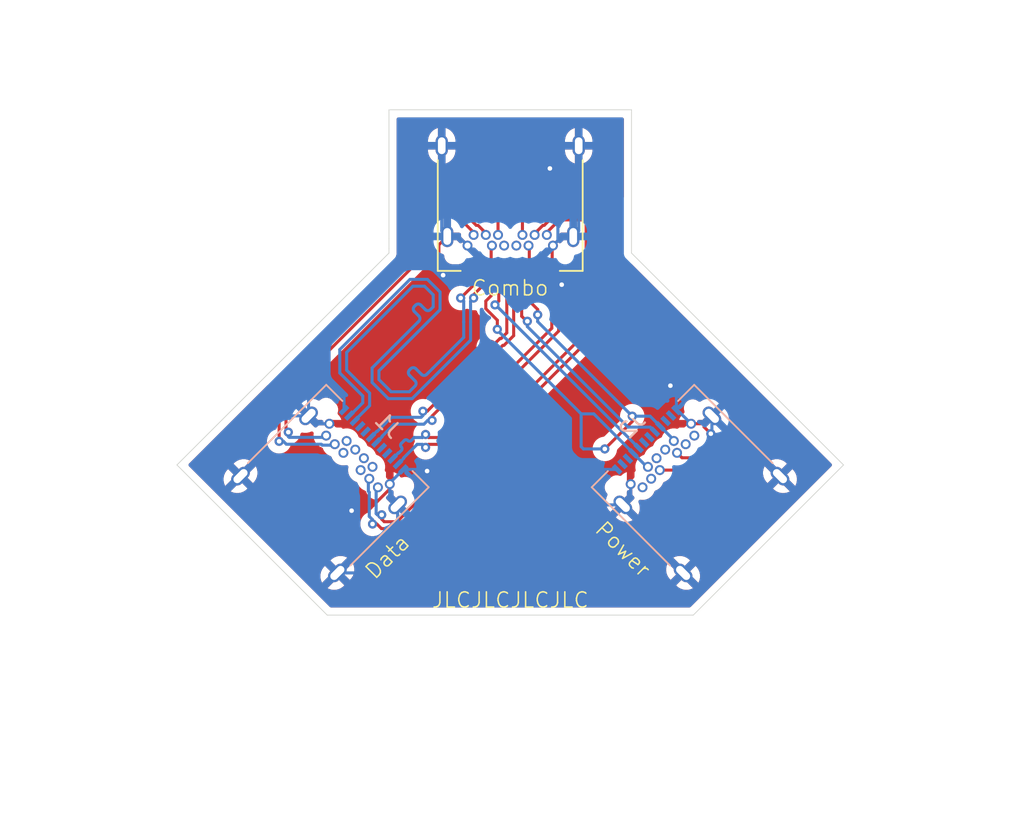
<source format=kicad_pcb>
(kicad_pcb (version 20241229) (generator "pcbnew") (generator_version "9.0")
  (layers (0 "F.Cu" signal) (2 "B.Cu" signal) (13 "F.Paste" user) (15 "B.Paste" user) (5 "F.SilkS" user "F.Silkscreen") (7 "B.SilkS" user "B.Silkscreen") (1 "F.Mask" user) (3 "B.Mask" user) (25 "Edge.Cuts" user))
  (net 0 "")
  (net 1 "GND")
  (net 2 "RX1_P")
  (net 3 "D_P")
  (net 4 "TX2_P")
  (net 7 "D_N")
  (net 8 "TX1_P")
  (net 10 "RX2_P")
  (net 11 "TX1_N")
  (net 12 "RX2_N")
  (net 13 "TX2_N")
  (net 17 "RX1_N")
  (net 18 "VBUS")
  (net 21 "CC")
  (net 22 "VCON")
  (net 25 "SBU1")
  (net 26 "SBU2")
  (footprint "Connector_USB:USB_C_Receptacle_Amphenol_12401548E4-2A" (layer "F.Cu") (at 127.05 88.7 180)
    (property "Reference" "P1" (hide yes))
    (property "Value" "Combined")
  )
  (footprint "Connector_USB:USB_C_Receptacle_Amphenol_12401548E4-2A" (layer "B.Cu") (at 114.55 108.7 135)
    (property "Reference" "J1")
    (property "Value" "Data")
  )
  (footprint "Connector_USB:USB_C_Receptacle_Amphenol_12401548E4-2A" (layer "B.Cu") (at 139.55 108.7 -135)
    (property "Reference" "J2")
    (property "Value" "Power")
  )
  (gr_line (start 148.65 106.55) (end 148.9 106.8) (stroke (width 0.05)) (layer "Edge.Cuts"))
  (gr_line (start 119.1 91.95) (end 119.1 92.6) (stroke (width 0.05)) (layer "Edge.Cuts"))
  (gr_line (start 135 83.5) (end 135 92.9) (stroke (width 0.05)) (layer "Edge.Cuts"))
  (gr_line (start 115.05 116.65) (end 105.2 106.8) (stroke (width 0.05)) (layer "Edge.Cuts"))
  (gr_line (start 135 92.9) (end 148.65 106.55) (stroke (width 0.05)) (layer "Edge.Cuts"))
  (gr_line (start 135 83.5) (end 119.1 83.5) (stroke (width 0.05)) (layer "Edge.Cuts"))
  (gr_line (start 115.05 116.65) (end 139.05 116.65) (stroke (width 0.05)) (layer "Edge.Cuts"))
  (gr_line (start 119.1 83.5) (end 119.1 91.95) (stroke (width 0.05)) (layer "Edge.Cuts"))
  (gr_line (start 139.05 116.65) (end 148.9 106.8) (stroke (width 0.05)) (layer "Edge.Cuts"))
  (gr_line (start 105.2 106.8) (end 119.05 92.95) (stroke (width 0.05)) (layer "Edge.Cuts"))
  (gr_line (start 119.05 92.95) (end 119.1 92.9) (stroke (width 0.05)) (layer "Edge.Cuts"))
  (gr_line (start 119.1 92.9) (end 119.1 92.6) (stroke (width 0.05)) (layer "Edge.Cuts"))
  (gr_text "Combo" (at 124.45 95.775 0) (layer "F.SilkS") (effects (font (size 1 1) (thickness 0.1)) (justify left bottom)))
  (gr_text "JLCJLCJLCJLC" (at 121.85 116.25 0) (layer "F.SilkS") (effects (font (size 1 1) (thickness 0.1)) (justify left bottom)))
  (gr_text "Power" (at 132.425 111.125 315) (layer "F.SilkS") (effects (font (size 1 1) (thickness 0.1)) (justify left bottom)))
  (gr_text "Data" (at 118.175 114.475 45) (layer "F.SilkS") (effects (font (size 1 1) (thickness 0.1)) (justify left bottom)))
  (segment (start 129.8 94) (end 129.8 93.72) (width 0.2) (layer "F.Cu") (net 1))
  (segment (start 113.828751 103.580547) (end 114.3517 104.103496) (width 0.2) (layer "F.Cu") (net 1))
  (segment (start 129.8 93.72) (end 129.8 92.46) (width 0.2) (layer "F.Cu") (net 1))
  (segment (start 140.2 104.75) (end 139.755061 104.305061) (width 0.2) (layer "F.Cu") (net 1))
  (segment (start 122.374 93.824) (end 122.374 92.356) (width 0.2) (layer "F.Cu") (net 1))
  (segment (start 139.755061 104.305061) (end 139.755061 104.096735) (width 0.2) (layer "F.Cu") (net 1))
  (segment (start 130.45 91.81) (end 131.18 91.81) (width 0.2) (layer "F.Cu") (net 1))
  (segment (start 119.153265 108.056533) (end 119.153265 108.376146) (width 0.2) (layer "F.Cu") (net 1))
  (segment (start 123.659562 91.81) (end 124.254781 92.405219) (width 0.2) (layer "F.Cu") (net 1))
  (segment (start 130.425 94.975) (end 130.425 94.625) (width 0.2) (layer "F.Cu") (net 1))
  (segment (start 138.906533 104.096735) (end 139.755061 104.096735) (width 0.2) (layer "F.Cu") (net 1))
  (segment (start 134.953496 108.8983) (end 134.953496 108.056533) (width 0.2) (layer "F.Cu") (net 1))
  (segment (start 124.3 93.72) (end 123.67 94.35) (width 0.2) (layer "F.Cu") (net 1))
  (segment (start 139.755061 104.096735) (end 140.271249 103.580547) (width 0.2) (layer "F.Cu") (net 1))
  (segment (start 122.92 91.81) (end 123.659562 91.81) (width 0.2) (layer "F.Cu") (net 1))
  (segment (start 114.3517 104.103496) (end 115.193467 104.103496) (width 0.2) (layer "F.Cu") (net 1))
  (segment (start 119.153265 108.376146) (end 117.729411 109.8) (width 0.2) (layer "F.Cu") (net 1))
  (segment (start 122.55 94) (end 122.374 93.824) (width 0.2) (layer "F.Cu") (net 1))
  (segment (start 117.729411 109.8) (end 116.65 109.8) (width 0.2) (layer "F.Cu") (net 1))
  (segment (start 124.02 94) (end 122.55 94) (width 0.2) (layer "F.Cu") (net 1))
  (segment (start 122.374 92.356) (end 122.92 91.81) (width 0.2) (layer "F.Cu") (net 1))
  (segment (start 129.85 92.41) (end 130.45 91.81) (width 0.2) (layer "F.Cu") (net 1))
  (segment (start 124.3 93.72) (end 124.02 94) (width 0.2) (layer "F.Cu") (net 1))
  (segment (start 130.425 94.625) (end 129.8 94) (width 0.2) (layer "F.Cu") (net 1))
  (segment (start 134.430547 109.421249) (end 134.953496 108.8983) (width 0.2) (layer "F.Cu") (net 1))
  (segment (start 123.67 94.35) (end 122.65 94.35) (width 0.2) (layer "F.Cu") (net 1))
  (segment (start 129.8 92.46) (end 129.85 92.41) (width 0.2) (layer "F.Cu") (net 1))
  (segment (start 119.669453 109.421249) (end 120.078751 109.421249) (width 0.2) (layer "F.Cu") (net 1))
  (via (at 137.55 101.6) (size 0.6) (drill 0.3) (layers "F.Cu" "B.Cu") (net 1))
  (via (at 121.6 107.2) (size 0.6) (drill 0.3) (layers "F.Cu" "B.Cu") (net 1))
  (via (at 130.425 94.975) (size 0.6) (drill 0.3) (layers "F.Cu" "B.Cu") (net 1))
  (via (at 140.2 104.75) (size 0.6) (drill 0.3) (layers "F.Cu" "B.Cu") (net 1))
  (via (at 129.65 87.35) (size 0.6) (drill 0.3) (layers "F.Cu" "B.Cu") (net 1))
  (via (at 116.65 109.8) (size 0.6) (drill 0.3) (layers "F.Cu" "B.Cu") (net 1))
  (via (at 122.65 94.35) (size 0.6) (drill 0.3) (layers "F.Cu" "B.Cu") (net 1))
  (segment (start 120.04422 107.094868) (end 121.494868 107.094868) (width 0.2) (layer "B.Cu") (net 1))
  (segment (start 118.566907 113.883093) (end 119.669453 112.780547) (width 0.2) (layer "B.Cu") (net 1))
  (segment (start 111.25 103.55) (end 111.280547 103.580547) (width 0.2) (layer "B.Cu") (net 1))
  (segment (start 140.271249 103.580547) (end 140.271249 104.678751) (width 0.2) (layer "B.Cu") (net 1))
  (segment (start 129.85 92.41) (end 130.175 92.085) (width 0.2) (layer "B.Cu") (net 1))
  (segment (start 131.54 91.45) (end 131.18 91.81) (width 0.2) (layer "B.Cu") (net 1))
  (segment (start 119.153265 108.905061) (end 119.153265 108.056533) (width 0.2) (layer "B.Cu") (net 1))
  (segment (start 132.7 107.3) (end 132.905132 107.094868) (width 0.2) (layer "B.Cu") (net 1))
  (segment (start 121.494868 107.094868) (end 121.6 107.2) (width 0.2) (layer "B.Cu") (net 1))
  (segment (start 122.56 85.86) (end 122.56 91.45) (width 0.2) (layer "B.Cu") (net 1))
  (segment (start 113.828751 102.471249) (end 113.828751 103.580547) (width 0.2) (layer "B.Cu") (net 1))
  (segment (start 132.905132 107.094868) (end 134.05578 107.094868) (width 0.2) (layer "B.Cu") (net 1))
  (segment (start 110.05 104.75) (end 111.25 103.55) (width 0.2) (layer "B.Cu") (net 1))
  (segment (start 113.828751 103.580547) (end 114.3517 104.103496) (width 0.2) (layer "B.Cu") (net 1))
  (segment (start 114.5 101.8) (end 113.828751 102.471249) (width 0.2) (layer "B.Cu") (net 1))
  (segment (start 114.3517 104.103496) (end 115.193467 104.103496) (width 0.2) (layer "B.Cu") (net 1))
  (segment (start 119.669453 109.421249) (end 119.153265 108.905061) (width 0.2) (layer "B.Cu") (net 1))
  (segment (start 137.944868 103.20578) (end 137.944868 101.994868) (width 0.2) (layer "B.Cu") (net 1))
  (segment (start 110.05 106.850181) (end 110.05 104.75) (width 0.2) (layer "B.Cu") (net 1))
  (segment (start 111.280547 103.580547) (end 113.828751 103.580547) (width 0.2) (layer "B.Cu") (net 1))
  (segment (start 119.153265 108.056533) (end 119.153265 107.985823) (width 0.2) (layer "B.Cu") (net 1))
  (segment (start 119.153265 107.985823) (end 120.04422 107.094868) (width 0.2) (layer "B.Cu") (net 1))
  (segment (start 109.366907 107.533274) (end 110.05 106.850181) (width 0.2) (layer "B.Cu") (net 1))
  (segment (start 134.430547 109.421249) (end 134.953496 108.8983) (width 0.2) (layer "B.Cu") (net 1))
  (segment (start 137.944868 103.20578) (end 138.015578 103.20578) (width 0.2) (layer "B.Cu") (net 1))
  (segment (start 122.92 91.81) (end 123.659562 91.81) (width 0.2) (layer "B.Cu") (net 1))
  (segment (start 132.7 108.7) (end 132.7 107.3) (width 0.2) (layer "B.Cu") (net 1))
  (segment (start 116.155132 103.20578) (end 116.155132 102.405132) (width 0.2) (layer "B.Cu") (net 1))
  (segment (start 115.55 101.8) (end 114.5 101.8) (width 0.2) (layer "B.Cu") (net 1))
  (segment (start 138.015578 103.20578) (end 138.906533 104.096735) (width 0.2) (layer "B.Cu") (net 1))
  (segment (start 134.430547 109.421249) (end 133.421249 109.421249) (width 0.2) (layer "B.Cu") (net 1))
  (segment (start 119.669453 112.780547) (end 119.669453 109.421249) (width 0.2) (layer "B.Cu") (net 1))
  (segment (start 116.155132 102.405132) (end 115.55 101.8) (width 0.2) (layer "B.Cu") (net 1))
  (segment (start 123.659562 91.81) (end 124.254781 92.405219) (width 0.2) (layer "B.Cu") (net 1))
  (segment (start 115.716726 113.883093) (end 118.566907 113.883093) (width 0.2) (layer "B.Cu") (net 1))
  (segment (start 133.421249 109.421249) (end 132.7 108.7) (width 0.2) (layer "B.Cu") (net 1))
  (segment (start 130.175 92.085) (end 130.175 87.875) (width 0.2) (layer "B.Cu") (net 1))
  (segment (start 137.944868 101.994868) (end 137.55 101.6) (width 0.2) (layer "B.Cu") (net 1))
  (segment (start 134.953496 108.8983) (end 134.953496 108.056533) (width 0.2) (layer "B.Cu") (net 1))
  (segment (start 130.175 87.875) (end 129.65 87.35) (width 0.2) (layer "B.Cu") (net 1))
  (segment (start 122.56 91.45) (end 122.92 91.81) (width 0.2) (layer "B.Cu") (net 1))
  (segment (start 131.54 85.86) (end 131.54 91.45) (width 0.2) (layer "B.Cu") (net 1))
  (segment (start 140.271249 104.678751) (end 140.2 104.75) (width 0.2) (layer "B.Cu") (net 1))
  (segment (start 132.025 95.953438) (end 132.025 96.073438) (width 0.2) (layer "F.Cu") (net 2))
  (segment (start 131.298985 96.913438) (end 131.785 96.913438) (width 0.2) (layer "F.Cu") (net 2))
  (segment (start 132.025 98.125) (end 119.625 110.525) (width 0.2) (layer "F.Cu") (net 2))
  (segment (start 131.785 96.313438) (end 131.298985 96.313438) (width 0.2) (layer "F.Cu") (net 2))
  (segment (start 129.45 91.71) (end 129.45 91.546397) (width 0.2) (layer "F.Cu") (net 2))
  (segment (start 119.625 110.525) (end 118.793199 110.525) (width 0.2) (layer "F.Cu") (net 2))
  (segment (start 131.29901 94.513438) (end 131.785 94.513438) (width 0.2) (layer "F.Cu") (net 2))
  (segment (start 131.806802 90.725) (end 132.025 90.943198) (width 0.2) (layer "F.Cu") (net 2))
  (segment (start 130.271397 90.725) (end 131.806802 90.725) (width 0.2) (layer "F.Cu") (net 2))
  (segment (start 131.69901 95.713438) (end 131.785 95.713438) (width 0.2) (layer "F.Cu") (net 2))
  (segment (start 118.62359 110.355391) (end 118.62359 110.072548) (width 0.2) (layer "F.Cu") (net 2))
  (segment (start 132.025 90.943198) (end 132.025 93.673438) (width 0.2) (layer "F.Cu") (net 2))
  (segment (start 132.025 97.153438) (end 132.025 97.273438) (width 0.2) (layer "F.Cu") (net 2))
  (segment (start 131.058985 96.553438) (end 131.058985 96.673438) (width 0.2) (layer "F.Cu") (net 2))
  (segment (start 132.025 97.273438) (end 132.025 97.68474) (width 0.2) (layer "F.Cu") (net 2))
  (segment (start 118.793199 110.525) (end 118.62359 110.355391) (width 0.2) (layer "F.Cu") (net 2))
  (segment (start 131.45901 95.353438) (end 131.45901 95.473438) (width 0.2) (layer "F.Cu") (net 2))
  (segment (start 132.025 97.68474) (end 132.025 98.125) (width 0.2) (layer "F.Cu") (net 2))
  (segment (start 131.785 95.113438) (end 131.69901 95.113438) (width 0.2) (layer "F.Cu") (net 2))
  (segment (start 132.025 94.753438) (end 132.025 94.873438) (width 0.2) (layer "F.Cu") (net 2))
  (segment (start 129.45 91.546397) (end 130.271397 90.725) (width 0.2) (layer "F.Cu") (net 2))
  (segment (start 131.05901 94.153438) (end 131.05901 94.273438) (width 0.2) (layer "F.Cu") (net 2))
  (segment (start 131.785 93.913438) (end 131.29901 93.913438) (width 0.2) (layer "F.Cu") (net 2))
  (via (at 118.62359 110.072548) (size 0.6) (drill 0.3) (layers "F.Cu" "B.Cu") (net 2))
  (arc (start 132.025 96.073438) (mid 131.954706 96.243144) (end 131.785 96.313438) (width 0.2) (layer "F.Cu") (net 2))
  (arc (start 131.69901 95.113438) (mid 131.529304 95.183732) (end 131.45901 95.353438) (width 0.2) (layer "F.Cu") (net 2))
  (arc (start 132.025 94.873438) (mid 131.954706 95.043144) (end 131.785 95.113438) (width 0.2) (layer "F.Cu") (net 2))
  (arc (start 131.785 95.713438) (mid 131.954706 95.783732) (end 132.025 95.953438) (width 0.2) (layer "F.Cu") (net 2))
  (arc (start 131.785 94.513438) (mid 131.954706 94.583732) (end 132.025 94.753438) (width 0.2) (layer "F.Cu") (net 2))
  (arc (start 131.29901 93.913438) (mid 131.129304 93.983732) (end 131.05901 94.153438) (width 0.2) (layer "F.Cu") (net 2))
  (arc (start 131.45901 95.473438) (mid 131.529304 95.643144) (end 131.69901 95.713438) (width 0.2) (layer "F.Cu") (net 2))
  (arc (start 131.298985 96.313438) (mid 131.129279 96.383732) (end 131.058985 96.553438) (width 0.2) (layer "F.Cu") (net 2))
  (arc (start 131.785 96.913438) (mid 131.954706 96.983732) (end 132.025 97.153438) (width 0.2) (layer "F.Cu") (net 2))
  (arc (start 131.05901 94.273438) (mid 131.129304 94.443144) (end 131.29901 94.513438) (width 0.2) (layer "F.Cu") (net 2))
  (arc (start 132.025 93.673438) (mid 131.954706 93.843144) (end 131.785 93.913438) (width 0.2) (layer "F.Cu") (net 2))
  (arc (start 131.058985 96.673438) (mid 131.129279 96.843144) (end 131.298985 96.913438) (width 0.2) (layer "F.Cu") (net 2))
  (segment (start 118.259763 109.991564) (end 118.340747 110.072548) (width 0.2) (layer "B.Cu") (net 2))
  (segment (start 118.375448 108.268665) (end 118.259763 108.38435) (width 0.2) (layer "B.Cu") (net 2))
  (segment (start 118.340747 110.072548) (end 118.62359 110.072548) (width 0.2) (layer "B.Cu") (net 2))
  (segment (start 118.259763 108.38435) (end 118.259763 109.991564) (width 0.2) (layer "B.Cu") (net 2))
  (segment (start 126.563083 98.955116) (end 126.639467 98.955116) (width 0.2) (layer "F.Cu") (net 3))
  (segment (start 126.639467 98.955116) (end 127.275 98.319583) (width 0.2) (layer "F.Cu") (net 3))
  (segment (start 127.3 94.245001) (end 127.3 93.72) (width 0.2) (layer "F.Cu") (net 3))
  (segment (start 127.275 98.319583) (end 127.275 94.270001) (width 0.2) (layer "F.Cu") (net 3))
  (segment (start 121.925521 103.592678) (end 126.563083 98.955116) (width 0.2) (layer "F.Cu") (net 3))
  (segment (start 121.925521 103.875521) (end 121.925521 103.592678) (width 0.2) (layer "F.Cu") (net 3))
  (segment (start 127.275 94.270001) (end 127.3 94.245001) (width 0.2) (layer "F.Cu") (net 3))
  (via (at 121.925521 103.875521) (size 0.6) (drill 0.3) (layers "F.Cu" "B.Cu") (net 3))
  (segment (start 121.393198 104.125001) (end 121.642678 103.875521) (width 0.2) (layer "B.Cu") (net 3))
  (segment (start 118.651453 104.916745) (end 119.443197 104.125001) (width 0.2) (layer "B.Cu") (net 3))
  (segment (start 121.642678 103.875521) (end 121.925521 103.875521) (width 0.2) (layer "B.Cu") (net 3))
  (segment (start 119.443197 104.125001) (end 121.393198 104.125001) (width 0.2) (layer "B.Cu") (net 3))
  (segment (start 118.276453 105.327101) (end 118.651453 104.952101) (width 0.2) (layer "B.Cu") (net 3))
  (segment (start 118.651453 104.952101) (end 118.651453 104.916745) (width 0.2) (layer "B.Cu") (net 3))
  (segment (start 113.749862 101.050943) (end 114.117557 101.418638) (width 0.2) (layer "F.Cu") (net 4))
  (segment (start 112.901333 101.899472) (end 113.269028 102.267167) (width 0.2) (layer "F.Cu") (net 4))
  (segment (start 121.825 92.636394) (end 121.825 90.743198) (width 0.2) (layer "F.Cu") (net 4))
  (segment (start 112.34948 102.111914) (end 112.561922 101.899472) (width 0.2) (layer "F.Cu") (net 4))
  (segment (start 112.34948 104.498438) (end 112.34948 102.111914) (width 0.2) (layer "F.Cu") (net 4))
  (segment (start 124.65 91.546397) (end 124.65 91.71) (width 0.2) (layer "F.Cu") (net 4))
  (segment (start 112.500521 104.649479) (end 112.34948 104.498438) (width 0.2) (layer "F.Cu") (net 4))
  (segment (start 124.65 91.71) (end 124.824999 91.535001) (width 0.2) (layer "F.Cu") (net 4))
  (segment (start 114.258979 100.202414) (end 114.381622 100.079772) (width 0.2) (layer "F.Cu") (net 4))
  (segment (start 121.825 90.743198) (end 122.243198 90.325) (width 0.2) (layer "F.Cu") (net 4))
  (segment (start 113.693291 101.842902) (end 113.325595 101.475206) (width 0.2) (layer "F.Cu") (net 4))
  (segment (start 122.243198 90.325) (end 123.428603 90.325) (width 0.2) (layer "F.Cu") (net 4))
  (segment (start 114.174124 100.287266) (end 114.258979 100.202414) (width 0.2) (layer "F.Cu") (net 4))
  (segment (start 113.325595 101.135795) (end 113.41045 101.050943) (width 0.2) (layer "F.Cu") (net 4))
  (segment (start 113.608439 102.267167) (end 113.693291 102.182314) (width 0.2) (layer "F.Cu") (net 4))
  (segment (start 114.381622 100.079772) (end 121.825 92.636394) (width 0.2) (layer "F.Cu") (net 4))
  (segment (start 123.428603 90.325) (end 124.65 91.546397) (width 0.2) (layer "F.Cu") (net 4))
  (segment (start 113.41045 101.050943) (end 113.410451 101.050943) (width 0.2) (layer "F.Cu") (net 4))
  (segment (start 114.456968 101.418638) (end 114.54182 101.333785) (width 0.2) (layer "F.Cu") (net 4))
  (segment (start 114.54182 100.994373) (end 114.174124 100.626677) (width 0.2) (layer "F.Cu") (net 4))
  (via (at 112.500521 104.649479) (size 0.6) (drill 0.3) (layers "F.Cu" "B.Cu") (net 4))
  (arc (start 114.174124 100.626677) (mid 114.103829 100.456972) (end 114.174124 100.287266) (width 0.2) (layer "F.Cu") (net 4))
  (arc (start 114.54182 101.333785) (mid 114.612115 101.164079) (end 114.54182 100.994373) (width 0.2) (layer "F.Cu") (net 4))
  (arc (start 113.269028 102.267167) (mid 113.438734 102.337461) (end 113.608439 102.267167) (width 0.2) (layer "F.Cu") (net 4))
  (arc (start 114.117557 101.418638) (mid 114.287263 101.488932) (end 114.456968 101.418638) (width 0.2) (layer "F.Cu") (net 4))
  (arc (start 113.410451 101.050943) (mid 113.580156 100.980649) (end 113.749862 101.050943) (width 0.2) (layer "F.Cu") (net 4))
  (arc (start 113.325595 101.475206) (mid 113.2553 101.305501) (end 113.325595 101.135795) (width 0.2) (layer "F.Cu") (net 4))
  (arc (start 113.693291 102.182314) (mid 113.763586 102.012608) (end 113.693291 101.842902) (width 0.2) (layer "F.Cu") (net 4))
  (arc (start 112.561922 101.899472) (mid 112.731627 101.829178) (end 112.901333 101.899472) (width 0.2) (layer "F.Cu") (net 4))
  (segment (start 112.500521 104.932322) (end 112.500521 104.649479) (width 0.2) (layer "B.Cu") (net 4))
  (segment (start 114.981335 104.874552) (end 114.86565 104.990237) (width 0.2) (layer "B.Cu") (net 4))
  (segment (start 114.86565 104.990237) (end 112.558436 104.990237) (width 0.2) (layer "B.Cu") (net 4))
  (segment (start 112.558436 104.990237) (end 112.500521 104.932322) (width 0.2) (layer "B.Cu") (net 4))
  (segment (start 125.48588 99.395919) (end 125.292556 99.589244) (width 0.2) (layer "F.Cu") (net 7))
  (segment (start 126.825 94.270001) (end 126.825 98.133215) (width 0.2) (layer "F.Cu") (net 7))
  (segment (start 126.825 98.133215) (end 126.453079 98.505136) (width 0.2) (layer "F.Cu") (net 7))
  (segment (start 126.453079 98.505136) (end 126.376665 98.505136) (width 0.2) (layer "F.Cu") (net 7))
  (segment (start 124.115337 100.766464) (end 121.607322 103.274479) (width 0.2) (layer "F.Cu") (net 7))
  (segment (start 121.607322 103.274479) (end 121.324479 103.274479) (width 0.2) (layer "F.Cu") (net 7))
  (segment (start 126.8 94.245001) (end 126.825 94.270001) (width 0.2) (layer "F.Cu") (net 7))
  (segment (start 126.376665 98.505136) (end 126.141085 98.740716) (width 0.2) (layer "F.Cu") (net 7))
  (segment (start 125.679205 98.740716) (end 125.48588 98.93404) (width 0.2) (layer "F.Cu") (net 7))
  (segment (start 125.292556 99.589244) (end 124.115337 100.766464) (width 0.2) (layer "F.Cu") (net 7))
  (segment (start 126.8 93.72) (end 126.8 94.245001) (width 0.2) (layer "F.Cu") (net 7))
  (via (at 121.324479 103.274479) (size 0.6) (drill 0.3) (layers "F.Cu" "B.Cu") (net 7))
  (arc (start 125.48588 99.16498) (mid 125.533709 99.28045) (end 125.48588 99.395919) (width 0.2) (layer "F.Cu") (net 7))
  (arc (start 125.910145 98.740716) (mid 125.794675 98.692887) (end 125.679205 98.740716) (width 0.2) (layer "F.Cu") (net 7))
  (arc (start 126.141085 98.740716) (mid 126.025615 98.788545) (end 125.910145 98.740716) (width 0.2) (layer "F.Cu") (net 7))
  (arc (start 125.48588 98.93404) (mid 125.438051 99.04951) (end 125.48588 99.16498) (width 0.2) (layer "F.Cu") (net 7))
  (segment (start 121.324479 103.557322) (end 121.324479 103.274479) (width 0.2) (layer "B.Cu") (net 7))
  (segment (start 121.206802 103.674999) (end 121.324479 103.557322) (width 0.2) (layer "B.Cu") (net 7))
  (segment (start 117.922899 104.973547) (end 118.297899 104.598547) (width 0.2) (layer "B.Cu") (net 7))
  (segment (start 118.333255 104.598547) (end 119.256803 103.674999) (width 0.2) (layer "B.Cu") (net 7))
  (segment (start 119.256803 103.674999) (end 121.206802 103.674999) (width 0.2) (layer "B.Cu") (net 7))
  (segment (start 118.297899 104.598547) (end 118.333255 104.598547) (width 0.2) (layer "B.Cu") (net 7))
  (segment (start 123.914953 104.010048) (end 123.755853 103.850948) (width 0.2) (layer "F.Cu") (net 8))
  (segment (start 121.699999 105.450001) (end 122.528519 105.450001) (width 0.2) (layer "F.Cu") (net 8))
  (segment (start 125.718076 102.206928) (end 125.718074 102.206925) (width 0.2) (layer "F.Cu") (net 8))
  (segment (start 127.167644 101.075554) (end 128.024524 100.218674) (width 0.2) (layer "F.Cu") (net 8))
  (segment (start 127.026221 101.216974) (end 127.167644 101.075554) (width 0.2) (layer "F.Cu") (net 8))
  (segment (start 125.329165 102.595832) (end 125.329168 102.595833) (width 0.2) (layer "F.Cu") (net 8))
  (segment (start 128.024524 100.218674) (end 130.225 98.018198) (width 0.2) (layer "F.Cu") (net 8))
  (segment (start 125.718074 102.206925) (end 126.000916 102.489768) (width 0.2) (layer "F.Cu") (net 8))
  (segment (start 125.558976 102.047828) (end 125.718076 102.206928) (width 0.2) (layer "F.Cu") (net 8))
  (segment (start 122.528519 105.450001) (end 122.793197 105.450001) (width 0.2) (layer "F.Cu") (net 8))
  (segment (start 127.114611 101.55285) (end 127.026221 101.46446) (width 0.2) (layer "F.Cu") (net 8))
  (segment (start 125.700397 102.967064) (end 125.488264 102.754931) (width 0.2) (layer "F.Cu") (net 8))
  (segment (start 124.303862 103.621141) (end 124.30386 103.621139) (width 0.2) (layer "F.Cu") (net 8))
  (segment (start 125.329168 102.595833) (end 125.170068 102.436733) (width 0.2) (layer "F.Cu") (net 8))
  (segment (start 123.861919 103.179198) (end 124.144762 103.462041) (width 0.2) (layer "F.Cu") (net 8))
  (segment (start 129.3 94.245001) (end 129.3 93.72) (width 0.2) (layer "F.Cu") (net 8))
  (segment (start 124.286181 104.381279) (end 124.197791 104.292889) (width 0.2) (layer "F.Cu") (net 8))
  (segment (start 124.144762 103.462041) (end 124.303862 103.621141) (width 0.2) (layer "F.Cu") (net 8))
  (segment (start 125.558976 103.992371) (end 125.700397 103.850949) (width 0.2) (layer "F.Cu") (net 8))
  (segment (start 126.97319 102.578157) (end 127.114611 102.436735) (width 0.2) (layer "F.Cu") (net 8))
  (segment (start 124.922581 101.94176) (end 125.064002 101.80034) (width 0.2) (layer "F.Cu") (net 8))
  (segment (start 130.225 96.056802) (end 129.275 95.106802) (width 0.2) (layer "F.Cu") (net 8))
  (segment (start 126.000916 102.489768) (end 126.089306 102.578157) (width 0.2) (layer "F.Cu") (net 8))
  (segment (start 129.275 94.270001) (end 129.3 94.245001) (width 0.2) (layer "F.Cu") (net 8))
  (segment (start 124.14476 105.406586) (end 124.286181 105.265164) (width 0.2) (layer "F.Cu") (net 8))
  (segment (start 123.914949 104.010047) (end 123.914953 104.010048) (width 0.2) (layer "F.Cu") (net 8))
  (segment (start 121.5 105.65) (end 121.699999 105.450001) (width 0.2) (layer "F.Cu") (net 8))
  (segment (start 123.47301 103.32062) (end 123.614433 103.179198) (width 0.2) (layer "F.Cu") (net 8))
  (segment (start 125.488264 102.754931) (end 125.329165 102.595832) (width 0.2) (layer "F.Cu") (net 8))
  (segment (start 125.170068 102.436733) (end 124.922581 102.189246) (width 0.2) (layer "F.Cu") (net 8))
  (segment (start 130.225 98.018198) (end 130.225 96.056802) (width 0.2) (layer "F.Cu") (net 8))
  (segment (start 123.172487 105.318197) (end 123.260876 105.406586) (width 0.2) (layer "F.Cu") (net 8))
  (segment (start 123.755853 103.850948) (end 123.47301 103.568106) (width 0.2) (layer "F.Cu") (net 8))
  (segment (start 124.46296 103.780239) (end 124.675092 103.992371) (width 0.2) (layer "F.Cu") (net 8))
  (segment (start 122.793197 105.450001) (end 122.925001 105.318197) (width 0.2) (layer "F.Cu") (net 8))
  (segment (start 129.275 95.106802) (end 129.275 94.270001) (width 0.2) (layer "F.Cu") (net 8))
  (segment (start 125.311488 101.80034) (end 125.558976 102.047828) (width 0.2) (layer "F.Cu") (net 8))
  (segment (start 124.30386 103.621139) (end 124.46296 103.780239) (width 0.2) (layer "F.Cu") (net 8))
  (segment (start 124.197791 104.292889) (end 123.914949 104.010047) (width 0.2) (layer "F.Cu") (net 8))
  (via (at 121.5 105.65) (size 0.6) (drill 0.3) (layers "F.Cu" "B.Cu") (net 8))
  (arc (start 123.614433 103.179198) (mid 123.738175 103.127943) (end 123.861919 103.179198) (width 0.2) (layer "F.Cu") (net 8))
  (arc (start 124.922581 102.189246) (mid 124.871324 102.065504) (end 124.922581 101.94176) (width 0.2) (layer "F.Cu") (net 8))
  (arc (start 123.260876 105.406586) (mid 123.702818 105.589644) (end 124.14476 105.406586) (width 0.2) (layer "F.Cu") (net 8))
  (arc (start 125.064002 101.80034) (mid 125.187746 101.749083) (end 125.311488 101.80034) (width 0.2) (layer "F.Cu") (net 8))
  (arc (start 123.47301 103.568106) (mid 123.421755 103.444362) (end 123.47301 103.32062) (width 0.2) (layer "F.Cu") (net 8))
  (arc (start 126.089306 102.578157) (mid 126.531248 102.761215) (end 126.97319 102.578157) (width 0.2) (layer "F.Cu") (net 8))
  (arc (start 127.026221 101.46446) (mid 126.974965 101.340717) (end 127.026221 101.216974) (width 0.2) (layer "F.Cu") (net 8))
  (arc (start 125.700397 103.850949) (mid 125.883456 103.409006) (end 125.700397 102.967064) (width 0.2) (layer "F.Cu") (net 8))
  (arc (start 124.675092 103.992371) (mid 125.117034 104.175429) (end 125.558976 103.992371) (width 0.2) (layer "F.Cu") (net 8))
  (arc (start 127.114611 102.436735) (mid 127.29767 101.994792) (end 127.114611 101.55285) (width 0.2) (layer "F.Cu") (net 8))
  (arc (start 122.925001 105.318197) (mid 123.048744 105.266941) (end 123.172487 105.318197) (width 0.2) (layer "F.Cu") (net 8))
  (arc (start 124.286181 105.265164) (mid 124.46924 104.823221) (end 124.286181 104.381279) (width 0.2) (layer "F.Cu") (net 8))
  (segment (start 119.690666 106.741314) (end 120.065666 106.366314) (width 0.2) (layer "B.Cu") (net 8))
  (segment (start 121.300001 105.450001) (end 121.5 105.65) (width 0.2) (layer "B.Cu") (net 8))
  (segment (start 120.946623 105.450001) (end 121.300001 105.450001) (width 0.2) (layer "B.Cu") (net 8))
  (segment (start 120.065666 106.366314) (end 120.065666 106.330958) (width 0.2) (layer "B.Cu") (net 8))
  (segment (start 119.690666 106.741314) (end 119.690666 106.70596) (width 0.2) (layer "B.Cu") (net 8))
  (segment (start 120.065666 106.330958) (end 120.946623 105.450001) (width 0.2) (layer "B.Cu") (net 8))
  (segment (start 123.8 95.85) (end 124.825 94.825) (width 0.2) (layer "F.Cu") (net 10))
  (segment (start 124.8 94.245001) (end 124.8 93.72) (width 0.2) (layer "F.Cu") (net 10))
  (segment (start 124.825 94.825) (end 124.825 94.270001) (width 0.2) (layer "F.Cu") (net 10))
  (segment (start 124.825 94.270001) (end 124.8 94.245001) (width 0.2) (layer "F.Cu") (net 10))
  (via (at 123.8 95.85) (size 0.6) (drill 0.3) (layers "F.Cu" "B.Cu") (net 10))
  (segment (start 121.618198 94.625) (end 122.45 95.456802) (width 0.2) (layer "B.Cu") (net 10))
  (segment (start 124 98.431802) (end 124 97.425) (width 0.2) (layer "B.Cu") (net 10))
  (segment (start 120.441645 100.575945) (end 120.526499 100.491092) (width 0.2) (layer "B.Cu") (net 10))
  (segment (start 117.381585 102.274783) (end 115.875 100.768198) (width 0.2) (layer "B.Cu") (net 10))
  (segment (start 120.481802 94.625) (end 121.618198 94.625) (width 0.2) (layer "B.Cu") (net 10))
  (segment (start 118.442803 100.625395) (end 118.442803 101.199605) (width 0.2) (layer "B.Cu") (net 10))
  (segment (start 116.508686 103.559334) (end 116.54404 103.559334) (width 0.2) (layer "B.Cu") (net 10))
  (segment (start 115.875 100.768198) (end 115.875 99.231802) (width 0.2) (layer "B.Cu") (net 10))
  (segment (start 124 97.425) (end 123.999999 97.424999) (width 0.2) (layer "B.Cu") (net 10))
  (segment (start 122.45 95.456802) (end 122.45 96.618198) (width 0.2) (layer "B.Cu") (net 10))
  (segment (start 120.809341 101.28305) (end 120.441646 100.915355) (width 0.2) (layer "B.Cu") (net 10))
  (segment (start 119.243198 102) (end 120.431802 102) (width 0.2) (layer "B.Cu") (net 10))
  (segment (start 123.999999 96.049999) (end 123.8 95.85) (width 0.2) (layer "B.Cu") (net 10))
  (segment (start 121.65787 100.773933) (end 121.981379 100.450423) (width 0.2) (layer "B.Cu") (net 10))
  (segment (start 117.381585 102.72179) (end 117.381585 102.274783) (width 0.2) (layer "B.Cu") (net 10))
  (segment (start 121.573017 100.858789) (end 121.65787 100.773933) (width 0.2) (layer "B.Cu") (net 10))
  (segment (start 120.431802 102) (end 120.80934 101.622462) (width 0.2) (layer "B.Cu") (net 10))
  (segment (start 121.981379 100.450423) (end 124 98.431802) (width 0.2) (layer "B.Cu") (net 10))
  (segment (start 116.54404 103.559334) (end 117.381585 102.72179) (width 0.2) (layer "B.Cu") (net 10))
  (segment (start 120.865911 100.491092) (end 121.233607 100.858788) (width 0.2) (layer "B.Cu") (net 10))
  (segment (start 115.875 99.231802) (end 120.481802 94.625) (width 0.2) (layer "B.Cu") (net 10))
  (segment (start 122.45 96.618198) (end 118.442803 100.625395) (width 0.2) (layer "B.Cu") (net 10))
  (segment (start 118.442803 101.199605) (end 119.243198 102) (width 0.2) (layer "B.Cu") (net 10))
  (segment (start 123.999999 97.424999) (end 123.999999 96.049999) (width 0.2) (layer "B.Cu") (net 10))
  (arc (start 121.233607 100.858788) (mid 121.403312 100.929083) (end 121.573017 100.858789) (width 0.2) (layer "B.Cu") (net 10))
  (arc (start 120.526499 100.491092) (mid 120.696204 100.420798) (end 120.865911 100.491092) (width 0.2) (layer "B.Cu") (net 10))
  (arc (start 120.441646 100.915355) (mid 120.371352 100.745649) (end 120.441645 100.575945) (width 0.2) (layer "B.Cu") (net 10))
  (arc (start 120.80934 101.622462) (mid 120.879635 101.452756) (end 120.809341 101.28305) (width 0.2) (layer "B.Cu") (net 10))
  (segment (start 125.240777 103.674172) (end 125.382198 103.53275) (width 0.2) (layer "F.Cu") (net 11))
  (segment (start 124.180118 102.860999) (end 124.462961 103.143842) (width 0.2) (layer "F.Cu") (net 11))
  (segment (start 126.849445 100.757355) (end 127.706326 99.900476) (width 0.2) (layer "F.Cu") (net 11))
  (segment (start 123.967983 104.699479) (end 123.879593 104.611089) (width 0.2) (layer "F.Cu") (net 11))
  (segment (start 122.528519 104.999999) (end 122.606803 104.999999) (width 0.2) (layer "F.Cu") (net 11))
  (segment (start 123.596752 104.328249) (end 123.437652 104.169149) (width 0.2) (layer "F.Cu") (net 11))
  (segment (start 123.596751 104.328247) (end 123.596752 104.328249) (width 0.2) (layer "F.Cu") (net 11))
  (segment (start 125.629688 101.48214) (end 125.877176 101.729628) (width 0.2) (layer "F.Cu") (net 11))
  (segment (start 129.775 97.831802) (end 129.775 96.243198) (width 0.2) (layer "F.Cu") (net 11))
  (segment (start 129.775 96.243198) (end 128.825 95.293198) (width 0.2) (layer "F.Cu") (net 11))
  (segment (start 124.462961 103.143842) (end 124.622061 103.302942) (width 0.2) (layer "F.Cu") (net 11))
  (segment (start 124.781159 103.46204) (end 124.993291 103.674172) (width 0.2) (layer "F.Cu") (net 11))
  (segment (start 128.825 94.270001) (end 128.8 94.245001) (width 0.2) (layer "F.Cu") (net 11))
  (segment (start 126.796412 101.87105) (end 126.708022 101.78266) (width 0.2) (layer "F.Cu") (net 11))
  (segment (start 127.706326 99.900476) (end 129.775 97.831802) (width 0.2) (layer "F.Cu") (net 11))
  (segment (start 122.606803 104.999999) (end 122.606802 104.999998) (width 0.2) (layer "F.Cu") (net 11))
  (segment (start 123.826562 105.088387) (end 123.967983 104.946965) (width 0.2) (layer "F.Cu") (net 11))
  (segment (start 125.382198 103.285264) (end 125.170065 103.073131) (width 0.2) (layer "F.Cu") (net 11))
  (segment (start 126.036276 101.888728) (end 126.036273 101.888726) (width 0.2) (layer "F.Cu") (net 11))
  (segment (start 124.604381 101.623561) (end 124.745804 101.482139) (width 0.2) (layer "F.Cu") (net 11))
  (segment (start 126.036273 101.888726) (end 126.319116 102.171568) (width 0.2) (layer "F.Cu") (net 11))
  (segment (start 123.490687 104.999998) (end 123.579076 105.088387) (width 0.2) (layer "F.Cu") (net 11))
  (segment (start 125.010967 102.914034) (end 124.851867 102.754934) (width 0.2) (layer "F.Cu") (net 11))
  (segment (start 125.010966 102.914032) (end 125.010967 102.914034) (width 0.2) (layer "F.Cu") (net 11))
  (segment (start 126.708022 100.898776) (end 126.849445 100.757355) (width 0.2) (layer "F.Cu") (net 11))
  (segment (start 125.877176 101.729628) (end 126.036276 101.888728) (width 0.2) (layer "F.Cu") (net 11))
  (segment (start 123.879593 104.611089) (end 123.596751 104.328247) (width 0.2) (layer "F.Cu") (net 11))
  (segment (start 126.319116 102.171568) (end 126.407505 102.259958) (width 0.2) (layer "F.Cu") (net 11))
  (segment (start 128.825 95.293198) (end 128.825 94.270001) (width 0.2) (layer "F.Cu") (net 11))
  (segment (start 121.699999 104.999999) (end 122.528519 104.999999) (width 0.2) (layer "F.Cu") (net 11))
  (segment (start 121.5 104.8) (end 121.699999 104.999999) (width 0.2) (layer "F.Cu") (net 11))
  (segment (start 123.437652 104.169149) (end 123.15481 103.886306) (width 0.2) (layer "F.Cu") (net 11))
  (segment (start 126.654991 102.259958) (end 126.796412 102.118536) (width 0.2) (layer "F.Cu") (net 11))
  (segment (start 124.622061 103.302942) (end 124.622059 103.30294) (width 0.2) (layer "F.Cu") (net 11))
  (segment (start 123.154811 103.00242) (end 123.296232 102.861) (width 0.2) (layer "F.Cu") (net 11))
  (segment (start 124.851867 102.754934) (end 124.60438 102.507447) (width 0.2) (layer "F.Cu") (net 11))
  (segment (start 125.170065 103.073131) (end 125.010966 102.914032) (width 0.2) (layer "F.Cu") (net 11))
  (segment (start 128.8 94.245001) (end 128.8 93.72) (width 0.2) (layer "F.Cu") (net 11))
  (segment (start 124.622059 103.30294) (end 124.781159 103.46204) (width 0.2) (layer "F.Cu") (net 11))
  (via (at 121.5 104.8) (size 0.6) (drill 0.3) (layers "F.Cu" "B.Cu") (net 11))
  (arc (start 125.382198 103.53275) (mid 125.433454 103.409007) (end 125.382198 103.285264) (width 0.2) (layer "F.Cu") (net 11))
  (arc (start 126.407505 102.259958) (mid 126.531248 102.311214) (end 126.654991 102.259958) (width 0.2) (layer "F.Cu") (net 11))
  (arc (start 123.296232 102.861) (mid 123.738175 102.677941) (end 124.180118 102.860999) (width 0.2) (layer "F.Cu") (net 11))
  (arc (start 123.579076 105.088387) (mid 123.702819 105.139643) (end 123.826562 105.088387) (width 0.2) (layer "F.Cu") (net 11))
  (arc (start 124.745804 101.482139) (mid 125.187747 101.29908) (end 125.629688 101.48214) (width 0.2) (layer "F.Cu") (net 11))
  (arc (start 123.967983 104.946965) (mid 124.019239 104.823222) (end 123.967983 104.699479) (width 0.2) (layer "F.Cu") (net 11))
  (arc (start 123.15481 103.886306) (mid 122.971751 103.444364) (end 123.154811 103.00242) (width 0.2) (layer "F.Cu") (net 11))
  (arc (start 124.60438 102.507447) (mid 124.421323 102.065503) (end 124.604381 101.623561) (width 0.2) (layer "F.Cu") (net 11))
  (arc (start 122.606802 104.999998) (mid 123.048744 104.81694) (end 123.490687 104.999998) (width 0.2) (layer "F.Cu") (net 11))
  (arc (start 126.796412 102.118536) (mid 126.847668 101.994793) (end 126.796412 101.87105) (width 0.2) (layer "F.Cu") (net 11))
  (arc (start 124.993291 103.674172) (mid 125.117034 103.725428) (end 125.240777 103.674172) (width 0.2) (layer "F.Cu") (net 11))
  (arc (start 126.708022 101.78266) (mid 126.524964 101.340718) (end 126.708022 100.898776) (width 0.2) (layer "F.Cu") (net 11))
  (segment (start 119.747469 106.012761) (end 119.909231 105.850999) (width 0.2) (layer "B.Cu") (net 11))
  (segment (start 120.757761 105.00247) (end 120.760231 104.999999) (width 0.2) (layer "B.Cu") (net 11))
  (segment (start 121.300001 104.999999) (end 121.5 104.8) (width 0.2) (layer "B.Cu") (net 11))
  (segment (start 119.712113 106.012761) (end 119.747469 106.012761) (width 0.2) (layer "B.Cu") (net 11))
  (segment (start 120.564395 105.195837) (end 120.757761 105.00247) (width 0.2) (layer "B.Cu") (net 11))
  (segment (start 119.337113 106.387761) (end 119.712113 106.012761) (width 0.2) (layer "B.Cu") (net 11))
  (segment (start 119.909231 105.389203) (end 120.102599 105.195836) (width 0.2) (layer "B.Cu") (net 11))
  (segment (start 120.760231 104.999999) (end 121.300001 104.999999) (width 0.2) (layer "B.Cu") (net 11))
  (arc (start 119.909231 105.850999) (mid 119.957052 105.73555) (end 119.909231 105.620101) (width 0.2) (layer "B.Cu") (net 11))
  (arc (start 120.333497 105.195836) (mid 120.448946 105.243657) (end 120.564395 105.195837) (width 0.2) (layer "B.Cu") (net 11))
  (arc (start 119.909231 105.620101) (mid 119.86141 105.504652) (end 119.909231 105.389203) (width 0.2) (layer "B.Cu") (net 11))
  (arc (start 120.102599 105.195836) (mid 120.218048 105.148015) (end 120.333497 105.195836) (width 0.2) (layer "B.Cu") (net 11))
  (segment (start 124.65 95.85) (end 124.65 95.636397) (width 0.2) (layer "F.Cu") (net 12))
  (segment (start 124.65 95.636397) (end 125.275 95.011397) (width 0.2) (layer "F.Cu") (net 12))
  (segment (start 125.275 94.270001) (end 125.3 94.245001) (width 0.2) (layer "F.Cu") (net 12))
  (segment (start 125.3 94.245001) (end 125.3 93.72) (width 0.2) (layer "F.Cu") (net 12))
  (segment (start 125.275 95.011397) (end 125.275 94.270001) (width 0.2) (layer "F.Cu") (net 12))
  (via (at 124.65 95.85) (size 0.6) (drill 0.3) (layers "F.Cu" "B.Cu") (net 12))
  (segment (start 116.325 99.418198) (end 120.668198 95.075) (width 0.2) (layer "B.Cu") (net 12))
  (segment (start 124.450001 96.049999) (end 124.65 95.85) (width 0.2) (layer "B.Cu") (net 12))
  (segment (start 124.45 97.425) (end 124.450001 97.424999) (width 0.2) (layer "B.Cu") (net 12))
  (segment (start 122 95.643198) (end 122 96.431802) (width 0.2) (layer "B.Cu") (net 12))
  (segment (start 120.765722 96.737774) (end 121.060168 97.03222) (width 0.2) (layer "B.Cu") (net 12))
  (segment (start 117.831585 102.908188) (end 117.831585 102.088387) (width 0.2) (layer "B.Cu") (net 12))
  (segment (start 120.618198 102.45) (end 124.45 98.618198) (width 0.2) (layer "B.Cu") (net 12))
  (segment (start 121.431802 95.075) (end 122 95.643198) (width 0.2) (layer "B.Cu") (net 12))
  (segment (start 117.992803 100.438999) (end 117.992803 101.386001) (width 0.2) (layer "B.Cu") (net 12))
  (segment (start 124.450001 97.424999) (end 124.450001 96.049999) (width 0.2) (layer "B.Cu") (net 12))
  (segment (start 119.54729 98.884512) (end 117.992803 100.438999) (width 0.2) (layer "B.Cu") (net 12))
  (segment (start 120.975316 97.456485) (end 119.54729 98.884512) (width 0.2) (layer "B.Cu") (net 12))
  (segment (start 124.45 98.618198) (end 124.45 97.425) (width 0.2) (layer "B.Cu") (net 12))
  (segment (start 120.668198 95.075) (end 121.431802 95.075) (width 0.2) (layer "B.Cu") (net 12))
  (segment (start 119.056802 102.45) (end 120.618198 102.45) (width 0.2) (layer "B.Cu") (net 12))
  (segment (start 116.862239 103.877533) (end 117.831585 102.908188) (width 0.2) (layer "B.Cu") (net 12))
  (segment (start 117.992803 101.386001) (end 119.056802 102.45) (width 0.2) (layer "B.Cu") (net 12))
  (segment (start 120.850575 96.31351) (end 120.765722 96.398362) (width 0.2) (layer "B.Cu") (net 12))
  (segment (start 122 96.431802) (end 121.823845 96.607957) (width 0.2) (layer "B.Cu") (net 12))
  (segment (start 116.325 100.581802) (end 116.325 99.418198) (width 0.2) (layer "B.Cu") (net 12))
  (segment (start 116.862239 103.912887) (end 116.862239 103.877533) (width 0.2) (layer "B.Cu") (net 12))
  (segment (start 117.831585 102.088387) (end 116.325 100.581802) (width 0.2) (layer "B.Cu") (net 12))
  (segment (start 121.060168 97.371631) (end 120.975316 97.456485) (width 0.2) (layer "B.Cu") (net 12))
  (segment (start 121.484433 96.607957) (end 121.189986 96.31351) (width 0.2) (layer "B.Cu") (net 12))
  (arc (start 121.189986 96.31351) (mid 121.020281 96.243215) (end 120.850575 96.31351) (width 0.2) (layer "B.Cu") (net 12))
  (arc (start 121.060168 97.03222) (mid 121.130462 97.201926) (end 121.060168 97.371631) (width 0.2) (layer "B.Cu") (net 12))
  (arc (start 120.765722 96.398362) (mid 120.695427 96.568068) (end 120.765722 96.737774) (width 0.2) (layer "B.Cu") (net 12))
  (arc (start 121.823845 96.607957) (mid 121.654139 96.678252) (end 121.484433 96.607957) (width 0.2) (layer "B.Cu") (net 12))
  (segment (start 111.899479 101.925521) (end 121.375 92.45) (width 0.2) (layer "F.Cu") (net 13))
  (segment (start 111.899479 105.250521) (end 111.899479 101.925521) (width 0.2) (layer "F.Cu") (net 13))
  (segment (start 124.941098 91.084) (end 125.276 91.418902) (width 0.2) (layer "F.Cu") (net 13))
  (segment (start 125.276 91.418902) (end 125.276 91.536) (width 0.2) (layer "F.Cu") (net 13))
  (segment (start 121.375 92.45) (end 121.375 90.556802) (width 0.2) (layer "F.Cu") (net 13))
  (segment (start 121.375 90.556802) (end 122.056802 89.875) (width 0.2) (layer "F.Cu") (net 13))
  (segment (start 124.824 91.084) (end 124.941098 91.084) (width 0.2) (layer "F.Cu") (net 13))
  (segment (start 122.056802 89.875) (end 123.615 89.875) (width 0.2) (layer "F.Cu") (net 13))
  (segment (start 123.615 89.875) (end 124.824 91.084) (width 0.2) (layer "F.Cu") (net 13))
  (segment (start 125.276 91.536) (end 125.45 91.71) (width 0.2) (layer "F.Cu") (net 13))
  (via (at 111.899479 105.250521) (size 0.6) (drill 0.3) (layers "F.Cu" "B.Cu") (net 13))
  (segment (start 112.372039 105.440238) (end 112.182322 105.250521) (width 0.2) (layer "B.Cu") (net 13))
  (segment (start 115.300947 105.440238) (end 115.240633 105.500552) (width 0.2) (layer "B.Cu") (net 13))
  (segment (start 112.182322 105.250521) (end 111.899479 105.250521) (width 0.2) (layer "B.Cu") (net 13))
  (segment (start 115.547021 105.440238) (end 115.300947 105.440238) (width 0.2) (layer "B.Cu") (net 13))
  (segment (start 114.722037 105.500552) (end 114.661723 105.440238) (width 0.2) (layer "B.Cu") (net 13))
  (segment (start 115.240633 105.500552) (end 114.722037 105.500552) (width 0.2) (layer "B.Cu") (net 13))
  (segment (start 114.661723 105.440238) (end 112.372039 105.440238) (width 0.2) (layer "B.Cu") (net 13))
  (segment (start 132.475 98.311394) (end 132.475 90.756802) (width 0.2) (layer "F.Cu") (net 17))
  (segment (start 132.475 90.756802) (end 131.993198 90.275) (width 0.2) (layer "F.Cu") (net 17))
  (segment (start 118.022548 110.67359) (end 118.305391 110.67359) (width 0.2) (layer "F.Cu") (net 17))
  (segment (start 118.305391 110.67359) (end 118.606801 110.975) (width 0.2) (layer "F.Cu") (net 17))
  (segment (start 131.993198 90.275) (end 130.085 90.275) (width 0.2) (layer "F.Cu") (net 17))
  (segment (start 128.824 91.450702) (end 128.824 91.536) (width 0.2) (layer "F.Cu") (net 17))
  (segment (start 130.085 90.275) (end 129.276 91.084) (width 0.2) (layer "F.Cu") (net 17))
  (segment (start 119.811394 110.975) (end 132.475 98.311394) (width 0.2) (layer "F.Cu") (net 17))
  (segment (start 128.824 91.536) (end 128.65 91.71) (width 0.2) (layer "F.Cu") (net 17))
  (segment (start 129.190702 91.084) (end 128.824 91.450702) (width 0.2) (layer "F.Cu") (net 17))
  (segment (start 118.606801 110.975) (end 119.811394 110.975) (width 0.2) (layer "F.Cu") (net 17))
  (segment (start 129.276 91.084) (end 129.190702 91.084) (width 0.2) (layer "F.Cu") (net 17))
  (via (at 118.022548 110.67359) (size 0.6) (drill 0.3) (layers "F.Cu" "B.Cu") (net 17))
  (segment (start 117.749448 108.009367) (end 117.749448 108.527963) (width 0.2) (layer "B.Cu") (net 17))
  (segment (start 117.809762 107.949053) (end 117.749448 108.009367) (width 0.2) (layer "B.Cu") (net 17))
  (segment (start 117.809762 108.588277) (end 117.809762 110.177961) (width 0.2) (layer "B.Cu") (net 17))
  (segment (start 117.809762 110.177961) (end 118.022548 110.390747) (width 0.2) (layer "B.Cu") (net 17))
  (segment (start 117.749448 108.527963) (end 117.809762 108.588277) (width 0.2) (layer "B.Cu") (net 17))
  (segment (start 117.809762 107.702979) (end 117.809762 107.949053) (width 0.2) (layer "B.Cu") (net 17))
  (segment (start 118.022548 110.390747) (end 118.022548 110.67359) (width 0.2) (layer "B.Cu") (net 17))
  (segment (start 125.449 96.051057) (end 125.8 95.700057) (width 0.2) (layer "F.Cu") (net 18))
  (segment (start 128.3 93.720001) (end 128.3 92.46) (width 0.2) (layer "F.Cu") (net 18))
  (segment (start 128.3 92.46) (end 128.25 92.41) (width 0.2) (layer "F.Cu") (net 18))
  (segment (start 126.204136 97.30408) (end 125.449 96.548943) (width 0.2) (layer "F.Cu") (net 18))
  (segment (start 135.05 103.6) (end 135.05 103.95) (width 0.2) (layer "F.Cu") (net 18))
  (segment (start 128.85 96.95) (end 128.85 96.6) (width 0.2) (layer "F.Cu") (net 18))
  (segment (start 125.449 96.548943) (end 125.449 96.051057) (width 0.2) (layer "F.Cu") (net 18))
  (segment (start 128.85 96.6) (end 128.3 96.05) (width 0.2) (layer "F.Cu") (net 18))
  (segment (start 135.05 103.95) (end 133.25 105.75) (width 0.2) (layer "F.Cu") (net 18))
  (segment (start 126.204136 97.904136) (end 126.204136 97.30408) (width 0.2) (layer "F.Cu") (net 18))
  (segment (start 125.8 92.46) (end 125.85 92.41) (width 0.2) (layer "F.Cu") (net 18))
  (segment (start 125.8 93.720001) (end 125.8 92.46) (width 0.2) (layer "F.Cu") (net 18))
  (segment (start 125.8 95.700057) (end 125.8 93.720001) (width 0.2) (layer "F.Cu") (net 18))
  (segment (start 128.3 96.05) (end 128.3 93.720001) (width 0.2) (layer "F.Cu") (net 18))
  (via (at 126.204136 97.904136) (size 0.6) (drill 0.3) (layers "F.Cu" "B.Cu") (net 18))
  (via (at 135.05 103.6) (size 0.6) (drill 0.3) (layers "F.Cu" "B.Cu") (net 18))
  (via (at 128.85 96.95) (size 0.6) (drill 0.3) (layers "F.Cu" "B.Cu") (net 18))
  (via (at 133.25 105.75) (size 0.6) (drill 0.3) (layers "F.Cu" "B.Cu") (net 18))
  (segment (start 126.204136 97.954136) (end 131.7 103.45) (width 0.2) (layer "B.Cu") (net 18))
  (segment (start 131.7 105.6) (end 131.7 103.7) (width 0.2) (layer "B.Cu") (net 18))
  (segment (start 128.85 97.4) (end 128.85 96.95) (width 0.2) (layer "B.Cu") (net 18))
  (segment (start 126.204136 97.904136) (end 126.204136 97.954136) (width 0.2) (layer "B.Cu") (net 18))
  (segment (start 131.7 103.45) (end 131.7 103.7) (width 0.2) (layer "B.Cu") (net 18))
  (segment (start 133.25 105.75) (end 131.85 105.75) (width 0.2) (layer "B.Cu") (net 18))
  (segment (start 132.532234 103.45) (end 133.003617 103.921383) (width 0.2) (layer "B.Cu") (net 18))
  (segment (start 135.11644 106.034207) (end 133.003617 103.921383) (width 0.2) (layer "B.Cu") (net 18))
  (segment (start 137.775162 105.157395) (end 136.884207 104.26644) (width 0.2) (layer "B.Cu") (net 18))
  (segment (start 135.05 103.6) (end 128.85 97.4) (width 0.2) (layer "B.Cu") (net 18))
  (segment (start 131.7 103.45) (end 132.532234 103.45) (width 0.2) (layer "B.Cu") (net 18))
  (segment (start 137.775162 105.228106) (end 137.775162 105.157395) (width 0.2) (layer "B.Cu") (net 18))
  (segment (start 131.85 105.75) (end 131.7 105.6) (width 0.2) (layer "B.Cu") (net 18))
  (segment (start 136.078106 106.925162) (end 136.007395 106.925162) (width 0.2) (layer "B.Cu") (net 18))
  (segment (start 136.884207 104.26644) (end 136.217767 103.6) (width 0.2) (layer "B.Cu") (net 18))
  (segment (start 136.007395 106.925162) (end 135.11644 106.034207) (width 0.2) (layer "B.Cu") (net 18))
  (segment (start 136.217767 103.6) (end 135.05 103.6) (width 0.2) (layer "B.Cu") (net 18))
  (segment (start 128.171599 97.374) (end 128.13114 97.374) (width 0.2) (layer "F.Cu") (net 21))
  (segment (start 127.8 97.04286) (end 127.8 93.72) (width 0.2) (layer "F.Cu") (net 21))
  (segment (start 128.13114 97.374) (end 127.8 97.04286) (width 0.2) (layer "F.Cu") (net 21))
  (via (at 128.171599 97.374) (size 0.6) (drill 0.3) (layers "F.Cu" "B.Cu") (net 21))
  (segment (start 136.229654 104.318994) (end 136.530654 104.619994) (width 0.2) (layer "B.Cu") (net 21))
  (segment (start 128.171599 97.374) (end 128.171599 97.721599) (width 0.2) (layer "B.Cu") (net 21))
  (segment (start 134.768994 104.318994) (end 136.229654 104.318994) (width 0.2) (layer "B.Cu") (net 21))
  (segment (start 128.171599 97.721599) (end 134.768994 104.318994) (width 0.2) (layer "B.Cu") (net 21))
  (segment (start 134.2 90.05) (end 132.75 88.6) (width 0.2) (layer "F.Cu") (net 22))
  (segment (start 137.1 98.1) (end 134.5 98.1) (width 0.2) (layer "F.Cu") (net 22))
  (segment (start 134.5 98.1) (end 134.2 97.8) (width 0.2) (layer "F.Cu") (net 22))
  (segment (start 136.855923 107.137294) (end 139.912706 107.137294) (width 0.2) (layer "F.Cu") (net 22))
  (segment (start 139.912706 107.137294) (end 142.05 105) (width 0.2) (layer "F.Cu") (net 22))
  (segment (start 127.55 88.6) (end 126.25 89.9) (width 0.2) (layer "F.Cu") (net 22))
  (segment (start 142.05 103.05) (end 137.1 98.1) (width 0.2) (layer "F.Cu") (net 22))
  (segment (start 126.25 89.9) (end 126.25 91.71) (width 0.2) (layer "F.Cu") (net 22))
  (segment (start 132.75 88.6) (end 127.55 88.6) (width 0.2) (layer "F.Cu") (net 22))
  (segment (start 142.05 105) (end 142.05 103.05) (width 0.2) (layer "F.Cu") (net 22))
  (segment (start 134.2 97.8) (end 134.2 90.05) (width 0.2) (layer "F.Cu") (net 22))
  (segment (start 126.3 96.05) (end 126.3 93.72) (width 0.2) (layer "F.Cu") (net 25))
  (segment (start 126.05 96.3) (end 126.3 96.05) (width 0.2) (layer "F.Cu") (net 25))
  (via (at 126.05 96.3) (size 0.6) (drill 0.3) (layers "F.Cu" "B.Cu") (net 25))
  (segment (start 126.08934 96.3) (end 135.469994 105.680654) (width 0.2) (layer "B.Cu") (net 25))
  (segment (start 126.05 96.3) (end 126.08934 96.3) (width 0.2) (layer "B.Cu") (net 25))
  (segment (start 133.65 90.35) (end 132.5 89.2) (width 0.2) (layer "F.Cu") (net 26))
  (segment (start 136.75 98.6) (end 133.85 98.6) (width 0.2) (layer "F.Cu") (net 26))
  (segment (start 137.987294 106.005923) (end 138.312294 106.330923) (width 0.2) (layer "F.Cu") (net 26))
  (segment (start 133.65 98.4) (end 133.65 90.35) (width 0.2) (layer "F.Cu") (net 26))
  (segment (start 129.35 89.2) (end 127.85 90.7) (width 0.2) (layer "F.Cu") (net 26))
  (segment (start 133.85 98.6) (end 133.65 98.4) (width 0.2) (layer "F.Cu") (net 26))
  (segment (start 132.5 89.2) (end 129.35 89.2) (width 0.2) (layer "F.Cu") (net 26))
  (segment (start 139.719077 106.330923) (end 141.5 104.55) (width 0.2) (layer "F.Cu") (net 26))
  (segment (start 141.5 104.55) (end 141.5 103.35) (width 0.2) (layer "F.Cu") (net 26))
  (segment (start 127.85 90.7) (end 127.85 91.71) (width 0.2) (layer "F.Cu") (net 26))
  (segment (start 138.312294 106.330923) (end 139.719077 106.330923) (width 0.2) (layer "F.Cu") (net 26))
  (segment (start 141.5 103.35) (end 136.75 98.6) (width 0.2) (layer "F.Cu") (net 26))
  (zone (net 1) (net_name "GND") (layer "F.Cu") (connect_pads (clearance 0.5)) (min_thickness 0.25) (fill yes (thermal_gap 0.5) (thermal_bridge_width 0.5))
    (polygon (pts (xy 112.45 80.7) (xy 98.6 104.15) (xy 109.3 121.15) (xy 148.8 124.65) (xy 155.45 105.9) (xy 149.2 84.7) (xy 137.05 76.3)))
  )
  (zone (net 1) (net_name "GND") (layer "B.Cu") (priority 1) (connect_pads (clearance 0.5)) (min_thickness 0.25) (fill yes (thermal_gap 0.5) (thermal_bridge_width 0.5))
    (polygon (pts (xy 118.35 80.7) (xy 93.6 103.15) (xy 112.8 128.75) (xy 160.75 129.65) (xy 154.85 96.8) (xy 134.3 76.95)))
  )
)
</source>
